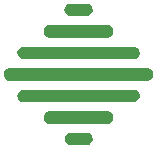
<source format=gbr>
%TF.GenerationSoftware,KiCad,Pcbnew,7.0.8*%
%TF.CreationDate,2023-10-24T12:55:46-07:00*%
%TF.ProjectId,VCO Front Plate,56434f20-4672-46f6-9e74-20506c617465,rev?*%
%TF.SameCoordinates,Original*%
%TF.FileFunction,Soldermask,Top*%
%TF.FilePolarity,Negative*%
%FSLAX46Y46*%
G04 Gerber Fmt 4.6, Leading zero omitted, Abs format (unit mm)*
G04 Created by KiCad (PCBNEW 7.0.8) date 2023-10-24 12:55:46*
%MOMM*%
%LPD*%
G01*
G04 APERTURE LIST*
%ADD10C,0.010000*%
G04 APERTURE END LIST*
%TO.C,G\u002A\u002A\u002A*%
D10*
X108327470Y-124277813D02*
X108507182Y-124278291D01*
X108647655Y-124279552D01*
X108754694Y-124281974D01*
X108834105Y-124285938D01*
X108891694Y-124291823D01*
X108933267Y-124300007D01*
X108964628Y-124310872D01*
X108991585Y-124324795D01*
X109011896Y-124337158D01*
X109106929Y-124420754D01*
X109186726Y-124536461D01*
X109239251Y-124665639D01*
X109247481Y-124701957D01*
X109247180Y-124832120D01*
X109205303Y-124963857D01*
X109128910Y-125083896D01*
X109025057Y-125178963D01*
X108979429Y-125206001D01*
X108948610Y-125220306D01*
X108914526Y-125231623D01*
X108871180Y-125240290D01*
X108812573Y-125246642D01*
X108732705Y-125251016D01*
X108625578Y-125253750D01*
X108485194Y-125255178D01*
X108305553Y-125255639D01*
X108097369Y-125255493D01*
X107875438Y-125254981D01*
X107698401Y-125253922D01*
X107560302Y-125251972D01*
X107455184Y-125248785D01*
X107377093Y-125244016D01*
X107320071Y-125237322D01*
X107278162Y-125228357D01*
X107245410Y-125216776D01*
X107220543Y-125204735D01*
X107110133Y-125121788D01*
X107023962Y-125008961D01*
X106969160Y-124879900D01*
X106952853Y-124748256D01*
X106957943Y-124701957D01*
X107000596Y-124572349D01*
X107073918Y-124450954D01*
X107165871Y-124356411D01*
X107193528Y-124337158D01*
X107220943Y-124320752D01*
X107248508Y-124307684D01*
X107282031Y-124297573D01*
X107327316Y-124290040D01*
X107390169Y-124284706D01*
X107476397Y-124281192D01*
X107591805Y-124279117D01*
X107742198Y-124278103D01*
X107933383Y-124277769D01*
X108102712Y-124277738D01*
X108327470Y-124277813D01*
G36*
X108327470Y-124277813D02*
G01*
X108507182Y-124278291D01*
X108647655Y-124279552D01*
X108754694Y-124281974D01*
X108834105Y-124285938D01*
X108891694Y-124291823D01*
X108933267Y-124300007D01*
X108964628Y-124310872D01*
X108991585Y-124324795D01*
X109011896Y-124337158D01*
X109106929Y-124420754D01*
X109186726Y-124536461D01*
X109239251Y-124665639D01*
X109247481Y-124701957D01*
X109247180Y-124832120D01*
X109205303Y-124963857D01*
X109128910Y-125083896D01*
X109025057Y-125178963D01*
X108979429Y-125206001D01*
X108948610Y-125220306D01*
X108914526Y-125231623D01*
X108871180Y-125240290D01*
X108812573Y-125246642D01*
X108732705Y-125251016D01*
X108625578Y-125253750D01*
X108485194Y-125255178D01*
X108305553Y-125255639D01*
X108097369Y-125255493D01*
X107875438Y-125254981D01*
X107698401Y-125253922D01*
X107560302Y-125251972D01*
X107455184Y-125248785D01*
X107377093Y-125244016D01*
X107320071Y-125237322D01*
X107278162Y-125228357D01*
X107245410Y-125216776D01*
X107220543Y-125204735D01*
X107110133Y-125121788D01*
X107023962Y-125008961D01*
X106969160Y-124879900D01*
X106952853Y-124748256D01*
X106957943Y-124701957D01*
X107000596Y-124572349D01*
X107073918Y-124450954D01*
X107165871Y-124356411D01*
X107193528Y-124337158D01*
X107220943Y-124320752D01*
X107248508Y-124307684D01*
X107282031Y-124297573D01*
X107327316Y-124290040D01*
X107390169Y-124284706D01*
X107476397Y-124281192D01*
X107591805Y-124279117D01*
X107742198Y-124278103D01*
X107933383Y-124277769D01*
X108102712Y-124277738D01*
X108327470Y-124277813D01*
G37*
X110805518Y-126178317D02*
X110914929Y-126278244D01*
X110985700Y-126401000D01*
X111018324Y-126536940D01*
X111013295Y-126676423D01*
X110971108Y-126809804D01*
X110892254Y-126927441D01*
X110777229Y-127019691D01*
X110762027Y-127028067D01*
X110649970Y-127087248D01*
X105555455Y-127087248D01*
X105443398Y-127028067D01*
X105324329Y-126939280D01*
X105241376Y-126824021D01*
X105195033Y-126691931D01*
X105185794Y-126552654D01*
X105214153Y-126415833D01*
X105280602Y-126291110D01*
X105385635Y-126188129D01*
X105399906Y-126178317D01*
X105505605Y-126108369D01*
X110699819Y-126108369D01*
X110805518Y-126178317D01*
G36*
X110805518Y-126178317D02*
G01*
X110914929Y-126278244D01*
X110985700Y-126401000D01*
X111018324Y-126536940D01*
X111013295Y-126676423D01*
X110971108Y-126809804D01*
X110892254Y-126927441D01*
X110777229Y-127019691D01*
X110762027Y-127028067D01*
X110649970Y-127087248D01*
X105555455Y-127087248D01*
X105443398Y-127028067D01*
X105324329Y-126939280D01*
X105241376Y-126824021D01*
X105195033Y-126691931D01*
X105185794Y-126552654D01*
X105214153Y-126415833D01*
X105280602Y-126291110D01*
X105385635Y-126188129D01*
X105399906Y-126178317D01*
X105505605Y-126108369D01*
X110699819Y-126108369D01*
X110805518Y-126178317D01*
G37*
X113039241Y-128016909D02*
X113146766Y-128130841D01*
X113212767Y-128261748D01*
X113238011Y-128400789D01*
X113223260Y-128539124D01*
X113169280Y-128667913D01*
X113076834Y-128778314D01*
X112967058Y-128851857D01*
X112834570Y-128917878D01*
X103370855Y-128917878D01*
X103238367Y-128851857D01*
X103113428Y-128764359D01*
X103026298Y-128650866D01*
X102977739Y-128520216D01*
X102968516Y-128381253D01*
X102999394Y-128242815D01*
X103071137Y-128113743D01*
X103166183Y-128016909D01*
X103263889Y-127938999D01*
X112941536Y-127938999D01*
X113039241Y-128016909D01*
G36*
X113039241Y-128016909D02*
G01*
X113146766Y-128130841D01*
X113212767Y-128261748D01*
X113238011Y-128400789D01*
X113223260Y-128539124D01*
X113169280Y-128667913D01*
X113076834Y-128778314D01*
X112967058Y-128851857D01*
X112834570Y-128917878D01*
X103370855Y-128917878D01*
X103238367Y-128851857D01*
X103113428Y-128764359D01*
X103026298Y-128650866D01*
X102977739Y-128520216D01*
X102968516Y-128381253D01*
X102999394Y-128242815D01*
X103071137Y-128113743D01*
X103166183Y-128016909D01*
X103263889Y-127938999D01*
X112941536Y-127938999D01*
X113039241Y-128016909D01*
G37*
X114132636Y-129804824D02*
X114255976Y-129901314D01*
X114339703Y-130020866D01*
X114383818Y-130154656D01*
X114388320Y-130293860D01*
X114353210Y-130429656D01*
X114278487Y-130553219D01*
X114164152Y-130655726D01*
X114132636Y-130675177D01*
X114026836Y-130735796D01*
X108140850Y-130741149D01*
X107473643Y-130741709D01*
X106855567Y-130742123D01*
X106284904Y-130742385D01*
X105759933Y-130742487D01*
X105278936Y-130742419D01*
X104840194Y-130742176D01*
X104441987Y-130741748D01*
X104082596Y-130741128D01*
X103760302Y-130740308D01*
X103473385Y-130739281D01*
X103220127Y-130738038D01*
X102998809Y-130736571D01*
X102807710Y-130734873D01*
X102645112Y-130732936D01*
X102509296Y-130730752D01*
X102398541Y-130728313D01*
X102311130Y-130725612D01*
X102245343Y-130722640D01*
X102199461Y-130719389D01*
X102171764Y-130715852D01*
X102163877Y-130713862D01*
X102019432Y-130641920D01*
X101915264Y-130541700D01*
X101846140Y-130407605D01*
X101830874Y-130357782D01*
X101815166Y-130206857D01*
X101846536Y-130062579D01*
X101921247Y-129933488D01*
X102035562Y-129828127D01*
X102072789Y-129804824D01*
X102178588Y-129744205D01*
X114026836Y-129744205D01*
X114132636Y-129804824D01*
G36*
X114132636Y-129804824D02*
G01*
X114255976Y-129901314D01*
X114339703Y-130020866D01*
X114383818Y-130154656D01*
X114388320Y-130293860D01*
X114353210Y-130429656D01*
X114278487Y-130553219D01*
X114164152Y-130655726D01*
X114132636Y-130675177D01*
X114026836Y-130735796D01*
X108140850Y-130741149D01*
X107473643Y-130741709D01*
X106855567Y-130742123D01*
X106284904Y-130742385D01*
X105759933Y-130742487D01*
X105278936Y-130742419D01*
X104840194Y-130742176D01*
X104441987Y-130741748D01*
X104082596Y-130741128D01*
X103760302Y-130740308D01*
X103473385Y-130739281D01*
X103220127Y-130738038D01*
X102998809Y-130736571D01*
X102807710Y-130734873D01*
X102645112Y-130732936D01*
X102509296Y-130730752D01*
X102398541Y-130728313D01*
X102311130Y-130725612D01*
X102245343Y-130722640D01*
X102199461Y-130719389D01*
X102171764Y-130715852D01*
X102163877Y-130713862D01*
X102019432Y-130641920D01*
X101915264Y-130541700D01*
X101846140Y-130407605D01*
X101830874Y-130357782D01*
X101815166Y-130206857D01*
X101846536Y-130062579D01*
X101921247Y-129933488D01*
X102035562Y-129828127D01*
X102072789Y-129804824D01*
X102178588Y-129744205D01*
X114026836Y-129744205D01*
X114132636Y-129804824D01*
G37*
X112967058Y-131628144D02*
X113091996Y-131715642D01*
X113179127Y-131829136D01*
X113227686Y-131959785D01*
X113236908Y-132098749D01*
X113206030Y-132237187D01*
X113134287Y-132366259D01*
X113039243Y-132463092D01*
X112941539Y-132541001D01*
X108132136Y-132547310D01*
X107546939Y-132548048D01*
X107010468Y-132548650D01*
X106520598Y-132549102D01*
X106075202Y-132549390D01*
X105672156Y-132549499D01*
X105309334Y-132549414D01*
X104984611Y-132549121D01*
X104695863Y-132548605D01*
X104440963Y-132547853D01*
X104217787Y-132546848D01*
X104024209Y-132545578D01*
X103858104Y-132544027D01*
X103717346Y-132542181D01*
X103599811Y-132540024D01*
X103503374Y-132537544D01*
X103425908Y-132534725D01*
X103365289Y-132531553D01*
X103319391Y-132528012D01*
X103286090Y-132524090D01*
X103263259Y-132519770D01*
X103248775Y-132515039D01*
X103246456Y-132513920D01*
X103115790Y-132420870D01*
X103025903Y-132297972D01*
X102989342Y-132204398D01*
X102967119Y-132046440D01*
X102992253Y-131899619D01*
X103061808Y-131770725D01*
X103172851Y-131666550D01*
X103238367Y-131628144D01*
X103370855Y-131562123D01*
X112834570Y-131562123D01*
X112967058Y-131628144D01*
G36*
X112967058Y-131628144D02*
G01*
X113091996Y-131715642D01*
X113179127Y-131829136D01*
X113227686Y-131959785D01*
X113236908Y-132098749D01*
X113206030Y-132237187D01*
X113134287Y-132366259D01*
X113039243Y-132463092D01*
X112941539Y-132541001D01*
X108132136Y-132547310D01*
X107546939Y-132548048D01*
X107010468Y-132548650D01*
X106520598Y-132549102D01*
X106075202Y-132549390D01*
X105672156Y-132549499D01*
X105309334Y-132549414D01*
X104984611Y-132549121D01*
X104695863Y-132548605D01*
X104440963Y-132547853D01*
X104217787Y-132546848D01*
X104024209Y-132545578D01*
X103858104Y-132544027D01*
X103717346Y-132542181D01*
X103599811Y-132540024D01*
X103503374Y-132537544D01*
X103425908Y-132534725D01*
X103365289Y-132531553D01*
X103319391Y-132528012D01*
X103286090Y-132524090D01*
X103263259Y-132519770D01*
X103248775Y-132515039D01*
X103246456Y-132513920D01*
X103115790Y-132420870D01*
X103025903Y-132297972D01*
X102989342Y-132204398D01*
X102967119Y-132046440D01*
X102992253Y-131899619D01*
X103061808Y-131770725D01*
X103172851Y-131666550D01*
X103238367Y-131628144D01*
X103370855Y-131562123D01*
X112834570Y-131562123D01*
X112967058Y-131628144D01*
G37*
X110762027Y-133451934D02*
X110881096Y-133540721D01*
X110964049Y-133655981D01*
X111010391Y-133788072D01*
X111019629Y-133927351D01*
X110991270Y-134064174D01*
X110924819Y-134188899D01*
X110819783Y-134291881D01*
X110805526Y-134301684D01*
X110699835Y-134371632D01*
X108130002Y-134376565D01*
X107704576Y-134377141D01*
X107310360Y-134377189D01*
X106949369Y-134376723D01*
X106623617Y-134375757D01*
X106335121Y-134374308D01*
X106085894Y-134372389D01*
X105877952Y-134370015D01*
X105713310Y-134367202D01*
X105593984Y-134363962D01*
X105521987Y-134360313D01*
X105500297Y-134357329D01*
X105362793Y-134276453D01*
X105261815Y-134162383D01*
X105201188Y-134020864D01*
X105184237Y-133882398D01*
X105208419Y-133732907D01*
X105276491Y-133598705D01*
X105381738Y-133490944D01*
X105443398Y-133451934D01*
X105555455Y-133392753D01*
X110649970Y-133392753D01*
X110762027Y-133451934D01*
G36*
X110762027Y-133451934D02*
G01*
X110881096Y-133540721D01*
X110964049Y-133655981D01*
X111010391Y-133788072D01*
X111019629Y-133927351D01*
X110991270Y-134064174D01*
X110924819Y-134188899D01*
X110819783Y-134291881D01*
X110805526Y-134301684D01*
X110699835Y-134371632D01*
X108130002Y-134376565D01*
X107704576Y-134377141D01*
X107310360Y-134377189D01*
X106949369Y-134376723D01*
X106623617Y-134375757D01*
X106335121Y-134374308D01*
X106085894Y-134372389D01*
X105877952Y-134370015D01*
X105713310Y-134367202D01*
X105593984Y-134363962D01*
X105521987Y-134360313D01*
X105500297Y-134357329D01*
X105362793Y-134276453D01*
X105261815Y-134162383D01*
X105201188Y-134020864D01*
X105184237Y-133882398D01*
X105208419Y-133732907D01*
X105276491Y-133598705D01*
X105381738Y-133490944D01*
X105443398Y-133451934D01*
X105555455Y-133392753D01*
X110649970Y-133392753D01*
X110762027Y-133451934D01*
G37*
X108323622Y-135223569D02*
X108499707Y-135224357D01*
X108636990Y-135226094D01*
X108741496Y-135229130D01*
X108819249Y-135233812D01*
X108876275Y-135240487D01*
X108918597Y-135249503D01*
X108952240Y-135261209D01*
X108979429Y-135274000D01*
X109091940Y-135355968D01*
X109179699Y-135467998D01*
X109235649Y-135596818D01*
X109252730Y-135729154D01*
X109247481Y-135778044D01*
X109204828Y-135907652D01*
X109131507Y-136029047D01*
X109039554Y-136123590D01*
X109011896Y-136142843D01*
X108983661Y-136159621D01*
X108954973Y-136172943D01*
X108919847Y-136183249D01*
X108872296Y-136190981D01*
X108806336Y-136196581D01*
X108715981Y-136200491D01*
X108595246Y-136203152D01*
X108438146Y-136205006D01*
X108238695Y-136206495D01*
X108140850Y-136207118D01*
X107944255Y-136207674D01*
X107761660Y-136206911D01*
X107599946Y-136204955D01*
X107465990Y-136201936D01*
X107366672Y-136197983D01*
X107308871Y-136193225D01*
X107299614Y-136191360D01*
X107171609Y-136125815D01*
X107065538Y-136021157D01*
X106989523Y-135887207D01*
X106957943Y-135778044D01*
X106958244Y-135647881D01*
X107000121Y-135516144D01*
X107076515Y-135396105D01*
X107180367Y-135301038D01*
X107225995Y-135274000D01*
X107256984Y-135259642D01*
X107291355Y-135248279D01*
X107335132Y-135239564D01*
X107394340Y-135233148D01*
X107475002Y-135228683D01*
X107583145Y-135225823D01*
X107724791Y-135224218D01*
X107905965Y-135223522D01*
X108102712Y-135223384D01*
X108323622Y-135223569D01*
G36*
X108323622Y-135223569D02*
G01*
X108499707Y-135224357D01*
X108636990Y-135226094D01*
X108741496Y-135229130D01*
X108819249Y-135233812D01*
X108876275Y-135240487D01*
X108918597Y-135249503D01*
X108952240Y-135261209D01*
X108979429Y-135274000D01*
X109091940Y-135355968D01*
X109179699Y-135467998D01*
X109235649Y-135596818D01*
X109252730Y-135729154D01*
X109247481Y-135778044D01*
X109204828Y-135907652D01*
X109131507Y-136029047D01*
X109039554Y-136123590D01*
X109011896Y-136142843D01*
X108983661Y-136159621D01*
X108954973Y-136172943D01*
X108919847Y-136183249D01*
X108872296Y-136190981D01*
X108806336Y-136196581D01*
X108715981Y-136200491D01*
X108595246Y-136203152D01*
X108438146Y-136205006D01*
X108238695Y-136206495D01*
X108140850Y-136207118D01*
X107944255Y-136207674D01*
X107761660Y-136206911D01*
X107599946Y-136204955D01*
X107465990Y-136201936D01*
X107366672Y-136197983D01*
X107308871Y-136193225D01*
X107299614Y-136191360D01*
X107171609Y-136125815D01*
X107065538Y-136021157D01*
X106989523Y-135887207D01*
X106957943Y-135778044D01*
X106958244Y-135647881D01*
X107000121Y-135516144D01*
X107076515Y-135396105D01*
X107180367Y-135301038D01*
X107225995Y-135274000D01*
X107256984Y-135259642D01*
X107291355Y-135248279D01*
X107335132Y-135239564D01*
X107394340Y-135233148D01*
X107475002Y-135228683D01*
X107583145Y-135225823D01*
X107724791Y-135224218D01*
X107905965Y-135223522D01*
X108102712Y-135223384D01*
X108323622Y-135223569D01*
G37*
%TD*%
M02*

</source>
